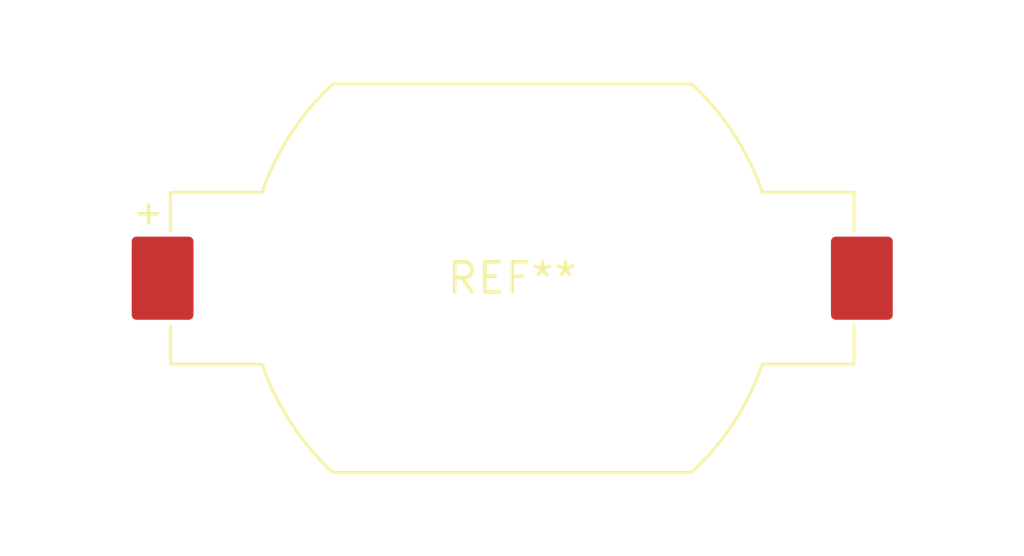
<source format=kicad_pcb>
(kicad_pcb (version 20240108) (generator pcbnew)
  (layers (0 "F.Cu" signal) (31 "B.Cu" signal) (34 "B.Paste" user) (35 "F.Paste" user) (36 "B.SilkS" user "B.Silkscreen") (37 "F.SilkS" user "F.Silkscreen") (38 "B.Mask" user) (39 "F.Mask" user) (44 "Edge.Cuts" user))
  (net 0 "")
  (footprint "BatteryHolder_Renata_SMTU2032-LF_1x2032" (layer "F.Cu") (at 0 0)
    (property "Reference" "REF**")
    (property "Value" "BatteryHolder_Renata_SMTU2032-LF_1x2032")
    (fp_line (start -14.37 -3.62) (end -10.5143 -3.62) (layer "F.SilkS") (stroke (width 0.12)))
    (fp_line (start -14.37 -2.01) (end -14.37 -3.62) (layer "F.SilkS") (stroke (width 0.12)))
    (fp_line (start -14.37 3.62) (end -14.37 2.01) (layer "F.SilkS") (stroke (width 0.12)))
    (fp_line (start -10.5143 3.62) (end -14.37 3.62) (layer "F.SilkS") (stroke (width 0.12)))
    (fp_line (start -7.5436 -8.17) (end 7.5436 -8.17) (layer "F.SilkS") (stroke (width 0.12)))
    (fp_line (start 7.5436 8.17) (end -7.5436 8.17) (layer "F.SilkS") (stroke (width 0.12)))
    (fp_line (start 10.5143 -3.62) (end 14.37 -3.62) (layer "F.SilkS") (stroke (width 0.12)))
    (fp_line (start 14.37 -3.62) (end 14.37 -2.01) (layer "F.SilkS") (stroke (width 0.12)))
    (fp_line (start 14.37 2.01) (end 14.37 3.62) (layer "F.SilkS") (stroke (width 0.12)))
    (fp_line (start 14.37 3.62) (end 10.5143 3.62) (layer "F.SilkS") (stroke (width 0.12)))
    (fp_arc (start -10.5143 -3.62) (mid -9.309293 -6.078036) (end -7.5436 -8.17) (layer "F.SilkS") (stroke (width 0.12)))
    (fp_arc (start -7.5436 8.17) (mid -9.309293 6.078036) (end -10.5143 3.62) (layer "F.SilkS") (stroke (width 0.12)))
    (fp_arc (start 7.5436 -8.17) (mid 9.309293 -6.078036) (end 10.5143 -3.62) (layer "F.SilkS") (stroke (width 0.12)))
    (fp_arc (start 10.5143 3.62) (mid 9.309293 6.078036) (end 7.5436 8.17) (layer "F.SilkS") (stroke (width 0.12)))
    (fp_text user "+" (at -15.3 -2.785 0) (layer "F.SilkS"))
    (pad "1" smd roundrect (at -14.7 0) (size 2.6 3.5) (layers "F.Cu" "F.Paste" "F.Mask") (roundrect_rratio 0.07692307692))
    (pad "2" smd roundrect (at 14.7 0) (size 2.6 3.5) (layers "F.Cu" "F.Paste" "F.Mask") (roundrect_rratio 0.07692307692))
  )
)
</source>
